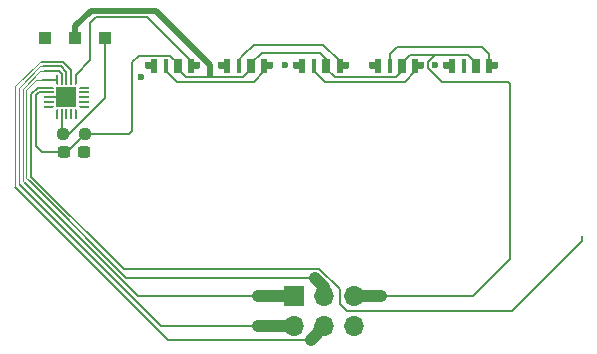
<source format=gbr>
%TF.GenerationSoftware,KiCad,Pcbnew,8.0.2-1*%
%TF.CreationDate,2024-08-22T14:08:18+02:00*%
%TF.ProjectId,Wiccon_social_bat,57696363-6f6e-45f7-936f-6369616c5f62,rev?*%
%TF.SameCoordinates,Original*%
%TF.FileFunction,Copper,L2,Bot*%
%TF.FilePolarity,Positive*%
%FSLAX46Y46*%
G04 Gerber Fmt 4.6, Leading zero omitted, Abs format (unit mm)*
G04 Created by KiCad (PCBNEW 8.0.2-1) date 2024-08-22 14:08:18*
%MOMM*%
%LPD*%
G01*
G04 APERTURE LIST*
G04 Aperture macros list*
%AMRoundRect*
0 Rectangle with rounded corners*
0 $1 Rounding radius*
0 $2 $3 $4 $5 $6 $7 $8 $9 X,Y pos of 4 corners*
0 Add a 4 corners polygon primitive as box body*
4,1,4,$2,$3,$4,$5,$6,$7,$8,$9,$2,$3,0*
0 Add four circle primitives for the rounded corners*
1,1,$1+$1,$2,$3*
1,1,$1+$1,$4,$5*
1,1,$1+$1,$6,$7*
1,1,$1+$1,$8,$9*
0 Add four rect primitives between the rounded corners*
20,1,$1+$1,$2,$3,$4,$5,0*
20,1,$1+$1,$4,$5,$6,$7,0*
20,1,$1+$1,$6,$7,$8,$9,0*
20,1,$1+$1,$8,$9,$2,$3,0*%
%AMFreePoly0*
4,1,13,0.275000,-0.600000,-0.275000,-0.600000,-0.275000,-0.350000,-0.675000,-0.350000,-0.710355,-0.335355,-0.725000,-0.300000,-0.725000,0.180000,-0.710355,0.215355,-0.675000,0.230000,-0.275000,0.230000,-0.275000,0.600000,0.275000,0.600000,0.275000,-0.600000,0.275000,-0.600000,$1*%
%AMFreePoly1*
4,1,13,0.275000,0.230000,0.675000,0.230000,0.710355,0.215355,0.725000,0.180000,0.725000,-0.300000,0.710355,-0.335355,0.675000,-0.350000,0.275000,-0.350000,0.275000,-0.600000,-0.275000,-0.600000,-0.275000,0.600000,0.275000,0.600000,0.275000,0.230000,0.275000,0.230000,$1*%
%AMFreePoly2*
4,1,14,0.085355,0.385355,0.100000,0.350000,0.100000,-0.350000,0.085355,-0.385355,0.050000,-0.400000,-0.050000,-0.400000,-0.085355,-0.385355,-0.100000,-0.350000,-0.100000,0.299289,-0.085355,0.334644,-0.034644,0.385355,0.000711,0.400000,0.050000,0.400000,0.085355,0.385355,0.085355,0.385355,$1*%
%AMFreePoly3*
4,1,14,0.034644,0.385355,0.085355,0.334644,0.100000,0.299289,0.100000,-0.350000,0.085355,-0.385355,0.050000,-0.400000,-0.050000,-0.400000,-0.085355,-0.385355,-0.100000,-0.350000,-0.100000,0.350000,-0.085355,0.385355,-0.050000,0.400000,-0.000711,0.400000,0.034644,0.385355,0.034644,0.385355,$1*%
%AMFreePoly4*
4,1,14,0.385355,0.085355,0.400000,0.050000,0.400000,-0.050000,0.385355,-0.085355,0.350000,-0.100000,-0.299289,-0.100000,-0.334644,-0.085355,-0.385355,-0.034644,-0.400000,0.000711,-0.400000,0.050000,-0.385355,0.085355,-0.350000,0.100000,0.350000,0.100000,0.385355,0.085355,0.385355,0.085355,$1*%
%AMFreePoly5*
4,1,14,0.385355,0.085355,0.400000,0.050000,0.400000,-0.050000,0.385355,-0.085355,0.350000,-0.100000,-0.350000,-0.100000,-0.385355,-0.085355,-0.400000,-0.050000,-0.400000,-0.000711,-0.385355,0.034644,-0.334644,0.085355,-0.299289,0.100000,0.350000,0.100000,0.385355,0.085355,0.385355,0.085355,$1*%
%AMFreePoly6*
4,1,14,0.085355,0.385355,0.100000,0.350000,0.100000,-0.299289,0.085355,-0.334644,0.034644,-0.385355,-0.000711,-0.400000,-0.050000,-0.400000,-0.085355,-0.385355,-0.100000,-0.350000,-0.100000,0.350000,-0.085355,0.385355,-0.050000,0.400000,0.050000,0.400000,0.085355,0.385355,0.085355,0.385355,$1*%
%AMFreePoly7*
4,1,14,0.085355,0.385355,0.100000,0.350000,0.100000,-0.350000,0.085355,-0.385355,0.050000,-0.400000,0.000711,-0.400000,-0.034644,-0.385355,-0.085355,-0.334644,-0.100000,-0.299289,-0.100000,0.350000,-0.085355,0.385355,-0.050000,0.400000,0.050000,0.400000,0.085355,0.385355,0.085355,0.385355,$1*%
%AMFreePoly8*
4,1,14,0.334644,0.085355,0.385355,0.034644,0.400000,-0.000711,0.400000,-0.050000,0.385355,-0.085355,0.350000,-0.100000,-0.350000,-0.100000,-0.385355,-0.085355,-0.400000,-0.050000,-0.400000,0.050000,-0.385355,0.085355,-0.350000,0.100000,0.299289,0.100000,0.334644,0.085355,0.334644,0.085355,$1*%
%AMFreePoly9*
4,1,14,0.385355,0.085355,0.400000,0.050000,0.400000,0.000711,0.385355,-0.034644,0.334644,-0.085355,0.299289,-0.100000,-0.350000,-0.100000,-0.385355,-0.085355,-0.400000,-0.050000,-0.400000,0.050000,-0.385355,0.085355,-0.350000,0.100000,0.350000,0.100000,0.385355,0.085355,0.385355,0.085355,$1*%
G04 Aperture macros list end*
%TA.AperFunction,SMDPad,CuDef*%
%ADD10FreePoly0,180.000000*%
%TD*%
%TA.AperFunction,SMDPad,CuDef*%
%ADD11R,0.700000X1.200000*%
%TD*%
%TA.AperFunction,SMDPad,CuDef*%
%ADD12R,0.450000X1.200000*%
%TD*%
%TA.AperFunction,SMDPad,CuDef*%
%ADD13FreePoly1,180.000000*%
%TD*%
%TA.AperFunction,ComponentPad*%
%ADD14O,1.700000X1.700000*%
%TD*%
%TA.AperFunction,ComponentPad*%
%ADD15R,1.700000X1.700000*%
%TD*%
%TA.AperFunction,SMDPad,CuDef*%
%ADD16RoundRect,0.237500X-0.300000X-0.237500X0.300000X-0.237500X0.300000X0.237500X-0.300000X0.237500X0*%
%TD*%
%TA.AperFunction,HeatsinkPad*%
%ADD17R,1.700000X1.700000*%
%TD*%
%TA.AperFunction,SMDPad,CuDef*%
%ADD18FreePoly2,0.000000*%
%TD*%
%TA.AperFunction,SMDPad,CuDef*%
%ADD19RoundRect,0.050000X-0.050000X-0.350000X0.050000X-0.350000X0.050000X0.350000X-0.050000X0.350000X0*%
%TD*%
%TA.AperFunction,SMDPad,CuDef*%
%ADD20FreePoly3,0.000000*%
%TD*%
%TA.AperFunction,SMDPad,CuDef*%
%ADD21FreePoly4,0.000000*%
%TD*%
%TA.AperFunction,SMDPad,CuDef*%
%ADD22RoundRect,0.050000X-0.350000X-0.050000X0.350000X-0.050000X0.350000X0.050000X-0.350000X0.050000X0*%
%TD*%
%TA.AperFunction,SMDPad,CuDef*%
%ADD23FreePoly5,0.000000*%
%TD*%
%TA.AperFunction,SMDPad,CuDef*%
%ADD24FreePoly6,0.000000*%
%TD*%
%TA.AperFunction,SMDPad,CuDef*%
%ADD25FreePoly7,0.000000*%
%TD*%
%TA.AperFunction,SMDPad,CuDef*%
%ADD26FreePoly8,0.000000*%
%TD*%
%TA.AperFunction,SMDPad,CuDef*%
%ADD27FreePoly9,0.000000*%
%TD*%
%TA.AperFunction,SMDPad,CuDef*%
%ADD28RoundRect,0.237500X-0.250000X-0.237500X0.250000X-0.237500X0.250000X0.237500X-0.250000X0.237500X0*%
%TD*%
%TA.AperFunction,SMDPad,CuDef*%
%ADD29R,1.000000X1.000000*%
%TD*%
%TA.AperFunction,ViaPad*%
%ADD30C,0.600000*%
%TD*%
%TA.AperFunction,Conductor*%
%ADD31C,0.200000*%
%TD*%
%TA.AperFunction,Conductor*%
%ADD32C,0.500000*%
%TD*%
%TA.AperFunction,Conductor*%
%ADD33C,0.150000*%
%TD*%
%TA.AperFunction,Conductor*%
%ADD34C,1.000000*%
%TD*%
%TA.AperFunction,Conductor*%
%ADD35C,0.100000*%
%TD*%
%TA.AperFunction,Conductor*%
%ADD36C,0.170000*%
%TD*%
G04 APERTURE END LIST*
D10*
%TO.P,LED2,1,DIN*%
%TO.N,Net-(LED1-DOUT)*%
X147810000Y-38200000D03*
D11*
%TO.P,LED2,2,VDD*%
%TO.N,VCC*%
X146685000Y-38200000D03*
D12*
%TO.P,LED2,3,DOUT*%
%TO.N,Net-(LED2-DOUT)*%
X145660000Y-38200000D03*
D13*
%TO.P,LED2,4,GND*%
%TO.N,GND*%
X144660000Y-38200000D03*
%TD*%
D14*
%TO.P,J1,6,Pin_6*%
%TO.N,GND*%
X155448000Y-60198000D03*
%TO.P,J1,5,Pin_5*%
%TO.N,VCC*%
X155448000Y-57658000D03*
%TO.P,J1,4,Pin_4*%
%TO.N,SCL*%
X152908000Y-60198000D03*
%TO.P,J1,3,Pin_3*%
%TO.N,SDA*%
X152908000Y-57658000D03*
%TO.P,J1,2,Pin_2*%
%TO.N,GPIO2*%
X150368000Y-60198000D03*
D15*
%TO.P,J1,1,Pin_1*%
%TO.N,GPIO1*%
X150368000Y-57658000D03*
%TD*%
D16*
%TO.P,C1,2*%
%TO.N,GND*%
X132585000Y-45466000D03*
%TO.P,C1,1*%
%TO.N,VCC*%
X130860000Y-45466000D03*
%TD*%
D17*
%TO.P,U1,21,GND*%
%TO.N,GND*%
X131064000Y-40820000D03*
D18*
%TO.P,U1,20,PA1*%
%TO.N,unconnected-(U1-PA1-Pad20)*%
X130264000Y-42270000D03*
D19*
%TO.P,U1,19,~{RESET}/PA0*%
%TO.N,Net-(U1-~{RESET}{slash}PA0)*%
X130664000Y-42270000D03*
%TO.P,U1,18,PC3*%
%TO.N,unconnected-(U1-PC3-Pad18)*%
X131064000Y-42270000D03*
%TO.P,U1,17,PC2*%
%TO.N,unconnected-(U1-PC2-Pad17)*%
X131464000Y-42270000D03*
D20*
%TO.P,U1,16,PC1*%
%TO.N,unconnected-(U1-PC1-Pad16)*%
X131864000Y-42270000D03*
D21*
%TO.P,U1,15,PC0*%
%TO.N,unconnected-(U1-PC0-Pad15)*%
X132514000Y-41620000D03*
D22*
%TO.P,U1,14,PB0*%
%TO.N,unconnected-(U1-PB0-Pad14)*%
X132514000Y-41220000D03*
%TO.P,U1,13,PB1*%
%TO.N,unconnected-(U1-PB1-Pad13)*%
X132514000Y-40820000D03*
%TO.P,U1,12,PB2*%
%TO.N,unconnected-(U1-PB2-Pad12)*%
X132514000Y-40420000D03*
D23*
%TO.P,U1,11,PB3*%
%TO.N,unconnected-(U1-PB3-Pad11)*%
X132514000Y-40020000D03*
D24*
%TO.P,U1,10,PB4*%
%TO.N,SK6812_data*%
X131864000Y-39370000D03*
D19*
%TO.P,U1,9,PB5*%
%TO.N,SCL*%
X131464000Y-39370000D03*
%TO.P,U1,8,PA7*%
%TO.N,GPIO2*%
X131064000Y-39370000D03*
%TO.P,U1,7,PA6*%
%TO.N,GPIO1*%
X130664000Y-39370000D03*
D25*
%TO.P,U1,6,PA5*%
%TO.N,SDA*%
X130264000Y-39370000D03*
D26*
%TO.P,U1,5,PA4*%
%TO.N,Net-(U1-PA4)*%
X129614000Y-40020000D03*
D22*
%TO.P,U1,4,VCC*%
%TO.N,VCC*%
X129614000Y-40420000D03*
%TO.P,U1,3,GND*%
%TO.N,GND*%
X129614000Y-40820000D03*
%TO.P,U1,2,PA3*%
%TO.N,unconnected-(U1-PA3-Pad2)*%
X129614000Y-41220000D03*
D27*
%TO.P,U1,1,PA2*%
%TO.N,unconnected-(U1-PA2-Pad1)*%
X129614000Y-41620000D03*
%TD*%
D13*
%TO.P,LED4,4,GND*%
%TO.N,GND*%
X157435000Y-38200000D03*
D12*
%TO.P,LED4,3,DOUT*%
%TO.N,Net-(LED4-DOUT)*%
X158435000Y-38200000D03*
D11*
%TO.P,LED4,2,VDD*%
%TO.N,VCC*%
X159460000Y-38200000D03*
D10*
%TO.P,LED4,1,DIN*%
%TO.N,Net-(LED3-DOUT)*%
X160585000Y-38200000D03*
%TD*%
%TO.P,LED1,1,DIN*%
%TO.N,SK6812_data*%
X141640000Y-38210000D03*
D11*
%TO.P,LED1,2,VDD*%
%TO.N,VCC*%
X140515000Y-38210000D03*
D12*
%TO.P,LED1,3,DOUT*%
%TO.N,Net-(LED1-DOUT)*%
X139490000Y-38210000D03*
D13*
%TO.P,LED1,4,GND*%
%TO.N,GND*%
X138490000Y-38210000D03*
%TD*%
D28*
%TO.P,R1,2*%
%TO.N,VCC*%
X132635000Y-43942000D03*
%TO.P,R1,1*%
%TO.N,Net-(U1-~{RESET}{slash}PA0)*%
X130810000Y-43942000D03*
%TD*%
D29*
%TO.P,TP5,1,1*%
%TO.N,GND*%
X129286000Y-35804000D03*
%TD*%
D13*
%TO.P,LED5,4,GND*%
%TO.N,GND*%
X163705000Y-38190000D03*
D12*
%TO.P,LED5,3,DOUT*%
%TO.N,unconnected-(LED5-DOUT-Pad3)*%
X164705000Y-38190000D03*
D11*
%TO.P,LED5,2,VDD*%
%TO.N,VCC*%
X165730000Y-38190000D03*
D10*
%TO.P,LED5,1,DIN*%
%TO.N,Net-(LED4-DOUT)*%
X166855000Y-38190000D03*
%TD*%
D29*
%TO.P,TP7,1,1*%
%TO.N,Net-(U1-~{RESET}{slash}PA0)*%
X134366000Y-35834000D03*
%TD*%
%TO.P,TP6,1,1*%
%TO.N,VCC*%
X131826000Y-35814000D03*
%TD*%
D13*
%TO.P,LED3,4,GND*%
%TO.N,GND*%
X151040000Y-38210000D03*
D12*
%TO.P,LED3,3,DOUT*%
%TO.N,Net-(LED3-DOUT)*%
X152040000Y-38210000D03*
D11*
%TO.P,LED3,2,VDD*%
%TO.N,VCC*%
X153065000Y-38210000D03*
D10*
%TO.P,LED3,1,DIN*%
%TO.N,Net-(LED2-DOUT)*%
X154190000Y-38210000D03*
%TD*%
D30*
%TO.N,GND*%
X162306000Y-38100000D03*
X137414000Y-39116000D03*
X131064000Y-40894000D03*
X149606000Y-38100000D03*
%TD*%
D31*
%TO.N,VCC*%
X168656000Y-39736578D02*
X168419422Y-39500000D01*
X137198000Y-37300000D02*
X139855000Y-37300000D01*
X165495422Y-57658000D02*
X168656000Y-54497422D01*
X168656000Y-54497422D02*
X168656000Y-39736578D01*
X160130000Y-37280000D02*
X165070000Y-37280000D01*
D32*
X143256000Y-38130290D02*
X138636710Y-33511000D01*
D31*
X159460000Y-37950000D02*
X160130000Y-37280000D01*
X140515000Y-37960000D02*
X140515000Y-38210000D01*
X146685000Y-38200000D02*
X146685000Y-37950000D01*
D33*
X131111000Y-45466000D02*
X132635000Y-43942000D01*
X130860000Y-45466000D02*
X129032000Y-45466000D01*
X128524000Y-40640000D02*
X128744000Y-40420000D01*
D31*
X153065000Y-38391336D02*
X153793664Y-39120000D01*
X157734000Y-57658000D02*
X165495422Y-57658000D01*
X159460000Y-38600000D02*
X159460000Y-38200000D01*
X168419422Y-39500000D02*
X162857471Y-39500000D01*
X132635000Y-43942000D02*
X136398000Y-43942000D01*
X136652000Y-37846000D02*
X137198000Y-37300000D01*
X159460000Y-38200000D02*
X159460000Y-37950000D01*
X143570314Y-39124000D02*
X141179000Y-39124000D01*
X139855000Y-37300000D02*
X140515000Y-37960000D01*
X158940000Y-39120000D02*
X159460000Y-38600000D01*
X136652000Y-43688000D02*
X136652000Y-37846000D01*
D32*
X131826000Y-34798000D02*
X131826000Y-35814000D01*
D31*
X146685000Y-38200000D02*
X146685000Y-38450000D01*
X153065000Y-38210000D02*
X153065000Y-38391336D01*
X165070000Y-37280000D02*
X165730000Y-37940000D01*
X140515000Y-38460000D02*
X140515000Y-38210000D01*
X146685000Y-37950000D02*
X147595000Y-37040000D01*
X161706000Y-37851471D02*
X162277471Y-37280000D01*
D34*
X155448000Y-57658000D02*
X157734000Y-57658000D01*
D33*
X130860000Y-45466000D02*
X131111000Y-45466000D01*
D31*
X141179000Y-39124000D02*
X140515000Y-38460000D01*
X147595000Y-37040000D02*
X152550000Y-37040000D01*
D32*
X143256000Y-38974000D02*
X143256000Y-38130290D01*
D31*
X146015000Y-39120000D02*
X143574314Y-39120000D01*
X153793664Y-39120000D02*
X158940000Y-39120000D01*
X162857471Y-39500000D02*
X161706000Y-38348529D01*
D33*
X129032000Y-45466000D02*
X128524000Y-44958000D01*
D31*
X153065000Y-37555000D02*
X153065000Y-38210000D01*
D33*
X128524000Y-44958000D02*
X128524000Y-40640000D01*
D31*
X143574314Y-39120000D02*
X143570314Y-39124000D01*
D32*
X138636710Y-33511000D02*
X133113000Y-33511000D01*
D31*
X165730000Y-37940000D02*
X165730000Y-38190000D01*
D33*
X128744000Y-40420000D02*
X129614000Y-40420000D01*
D31*
X146685000Y-38450000D02*
X146015000Y-39120000D01*
X152550000Y-37040000D02*
X153065000Y-37555000D01*
X161706000Y-38348529D02*
X161706000Y-37851471D01*
X136398000Y-43942000D02*
X136652000Y-43688000D01*
D32*
X133113000Y-33511000D02*
X131826000Y-34798000D01*
D31*
%TO.N,GND*%
X129614000Y-40820000D02*
X131064000Y-40894000D01*
X131064000Y-40894000D02*
X131064000Y-40820000D01*
D33*
%TO.N,GPIO1*%
X130674000Y-38871420D02*
X130664000Y-38881420D01*
D35*
X127346000Y-40126528D02*
X128864528Y-38608000D01*
X127546000Y-48101686D02*
X127346000Y-47901686D01*
X127346000Y-47901686D02*
X127346000Y-40126528D01*
D31*
X129205984Y-38608000D02*
X130410580Y-38608000D01*
D33*
X130664000Y-38881420D02*
X130664000Y-39370000D01*
D31*
X137102314Y-57658000D02*
X127546000Y-48101686D01*
D34*
X150368000Y-57658000D02*
X147320000Y-57658000D01*
D33*
X130410580Y-38608000D02*
X130674000Y-38871420D01*
D35*
X128864528Y-38608000D02*
X129205984Y-38608000D01*
D31*
X147320000Y-57658000D02*
X137102314Y-57658000D01*
D35*
%TO.N,GPIO2*%
X128840264Y-38208000D02*
X129040298Y-38208000D01*
D31*
X150368000Y-60422000D02*
X150368000Y-59952000D01*
D35*
X127046000Y-48167371D02*
X127046000Y-40002264D01*
X127146000Y-48267371D02*
X127046000Y-48167371D01*
D31*
X129040298Y-38208000D02*
X130576265Y-38208000D01*
X139076629Y-60198000D02*
X127146000Y-48267371D01*
D34*
X150368000Y-60198000D02*
X147320000Y-60198000D01*
D31*
X130576265Y-38208000D02*
X131064000Y-38695735D01*
X147320000Y-60198000D02*
X139076629Y-60198000D01*
D35*
X127046000Y-40002264D02*
X128840264Y-38208000D01*
D31*
X131064000Y-38695735D02*
X131064000Y-39370000D01*
%TO.N,SCL*%
X128874612Y-37808000D02*
X130772000Y-37808000D01*
D35*
X126746000Y-39878000D02*
X128816000Y-37808000D01*
D36*
X131464000Y-38500000D02*
X131464000Y-39370000D01*
D34*
X152908000Y-60198000D02*
X151758000Y-61348000D01*
D35*
X128816000Y-37808000D02*
X128874612Y-37808000D01*
X126746000Y-48433057D02*
X126746000Y-39878000D01*
D31*
X139660943Y-61348000D02*
X126746000Y-48433057D01*
X130772000Y-37808000D02*
X131464000Y-38500000D01*
X151758000Y-61348000D02*
X139660943Y-61348000D01*
%TO.N,SDA*%
X130264000Y-39370000D02*
X129009670Y-39370000D01*
D35*
X129009670Y-39370000D02*
X128526792Y-39370000D01*
X127646000Y-40250792D02*
X127646000Y-47636000D01*
D34*
X152146000Y-56134000D02*
X152908000Y-56896000D01*
X152908000Y-56896000D02*
X152908000Y-57658000D01*
D31*
X136144000Y-56134000D02*
X152146000Y-56134000D01*
D35*
X127646000Y-47636000D02*
X127946000Y-47936000D01*
D31*
X127946000Y-47936000D02*
X136144000Y-56134000D01*
D35*
X128526792Y-39370000D02*
X127646000Y-40250792D01*
D33*
%TO.N,SK6812_data*%
X133096000Y-34544000D02*
X133096000Y-37704000D01*
X141640000Y-37754000D02*
X137922000Y-34036000D01*
X137922000Y-34036000D02*
X133604000Y-34036000D01*
X133604000Y-34036000D02*
X133096000Y-34544000D01*
X131864000Y-38936000D02*
X131864000Y-39370000D01*
X141640000Y-38210000D02*
X141640000Y-37754000D01*
X133096000Y-37704000D02*
X131864000Y-38936000D01*
D31*
%TO.N,Net-(LED2-DOUT)*%
X145660000Y-38200000D02*
X145660000Y-37675000D01*
X154190000Y-37785000D02*
X154190000Y-38210000D01*
X152795000Y-36390000D02*
X154190000Y-37785000D01*
X146045000Y-37275000D02*
X146930000Y-36390000D01*
X146045000Y-37290000D02*
X146045000Y-37275000D01*
X146930000Y-36390000D02*
X152795000Y-36390000D01*
X145660000Y-37675000D02*
X146045000Y-37290000D01*
%TO.N,Net-(LED1-DOUT)*%
X139490000Y-38585000D02*
X140429000Y-39524000D01*
X147810000Y-38625000D02*
X147810000Y-38200000D01*
X146915000Y-39520000D02*
X147810000Y-38625000D01*
X139490000Y-38210000D02*
X139490000Y-38585000D01*
X143740000Y-39520000D02*
X146915000Y-39520000D01*
X140429000Y-39524000D02*
X143736000Y-39524000D01*
X143736000Y-39524000D02*
X143740000Y-39520000D01*
%TO.N,Net-(LED3-DOUT)*%
X152040000Y-38585000D02*
X152975000Y-39520000D01*
X152975000Y-39520000D02*
X159690000Y-39520000D01*
X160585000Y-38625000D02*
X160585000Y-38200000D01*
X159690000Y-39520000D02*
X160585000Y-38625000D01*
X152040000Y-38210000D02*
X152040000Y-38585000D01*
%TO.N,Net-(LED4-DOUT)*%
X158435000Y-38200000D02*
X158435000Y-37195000D01*
X159030000Y-36600000D02*
X166280000Y-36600000D01*
X158435000Y-37195000D02*
X159030000Y-36600000D01*
X166280000Y-36600000D02*
X166855000Y-37175000D01*
X166855000Y-37175000D02*
X166855000Y-38190000D01*
D33*
%TO.N,Net-(U1-~{RESET}{slash}PA0)*%
X130664000Y-43796000D02*
X130664000Y-42270000D01*
X131297500Y-43942000D02*
X134366000Y-40873500D01*
X134366000Y-40873500D02*
X134366000Y-35834000D01*
X130810000Y-43942000D02*
X130664000Y-43796000D01*
X130810000Y-43942000D02*
X131297500Y-43942000D01*
D36*
%TO.N,Net-(U1-PA4)*%
X174752000Y-53018000D02*
X174752000Y-52578000D01*
X154190000Y-57064867D02*
X154190000Y-58350000D01*
X154790000Y-58950000D02*
X168820000Y-58950000D01*
X128105472Y-40549411D02*
X128105472Y-47551000D01*
X168820000Y-58950000D02*
X174752000Y-53018000D01*
X152474133Y-55349000D02*
X154190000Y-57064867D01*
X129614000Y-40020000D02*
X128634883Y-40020000D01*
X154190000Y-58350000D02*
X154790000Y-58950000D01*
X135903472Y-55349000D02*
X152474133Y-55349000D01*
X128634883Y-40020000D02*
X128105472Y-40549411D01*
X128105472Y-47551000D02*
X135903472Y-55349000D01*
%TD*%
M02*

</source>
